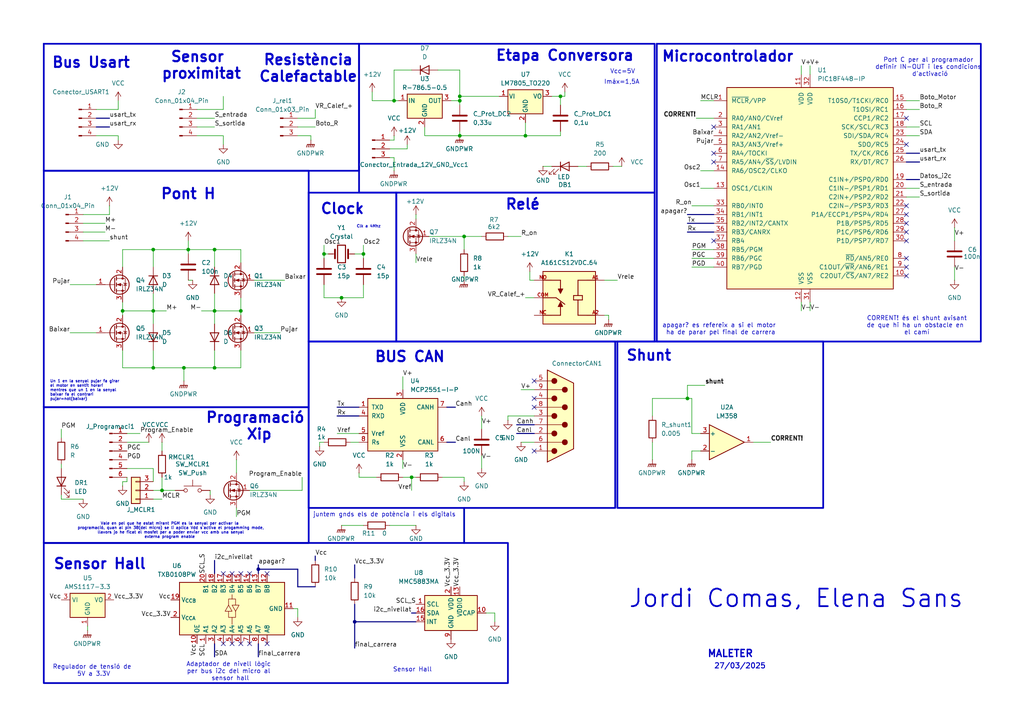
<source format=kicad_sch>
(kicad_sch (version 20250114) (generator "eeschema") (generator_version "9.0")
  (paper "A4")
  (title_block (title "Projecte_v1") (company "UB"))
  (rectangle (start 12.7 49.53) (end 89.535 118.11) (stroke (width 0.5)))
  (rectangle (start 179.07 99.06) (end 238.76 147.32) (stroke (width 0.5)))
  (rectangle (start 89.535 99.06) (end 178.435 147.32) (stroke (width 0.5)))
  (rectangle (start 12.7 12.7) (end 104.14 49.53) (stroke (width 0.5)))
  (rectangle (start 104.14 12.7) (end 189.865 55.88) (stroke (width 0.5)))
  (rectangle (start 190.5 12.7) (end 284.48 99.06) (stroke (width 0.5)))
  (rectangle (start 89.535 55.88) (end 114.935 99.06) (stroke (width 0.5)))
  (rectangle (start 12.7 118.11) (end 89.535 157.48) (stroke (width 0.5)))
  (rectangle (start 12.7 157.48) (end 147.32 198.12) (stroke (width 0.5)))
  (rectangle (start 114.935 55.88) (end 189.865 99.06) (stroke (width 0.5)))
  (text "Sensor \nproximitat\n" (at 58.42 19.05 0) (effects (font (size 3 3) (thickness 0.6) (bold yes))))
  (text "Un 1 en la senyal pujar fa girar \nel motor en sentit horari\nmentres que un 1 en la senyal \nbaixar fa el contrari \npujar=not(baixar)" (at 14.478 113.284 0) (effects (font (size 0.8 0.8)) (justify left)))
  (text "Imáx=1,5A\n" (at 180.34 23.876 0) (effects (font (size 1.27 1.27))))
  (text "apagar? es refereix a si el motor \nha de parar pel final de carrera\n" (at 209.042 95.504 0) (effects (font (size 1.27 1.27))))
  (text "Port C per al programador \ndefinir IN-OUT i les condicions \nd'activació\n" (at 269.748 19.558 0) (effects (font (size 1.27 1.27))))
  (text "Microcontrolador\n" (at 211.074 16.51 0) (effects (font (size 3 3) (thickness 0.6) (bold yes))))
  (text "MALETER" (at 211.836 189.738 0) (effects (font (size 2.032 2.032) (thickness 0.4064) (bold yes))))
  (text "Relé\n" (at 151.638 59.436 0) (effects (font (size 3 3) (thickness 0.6) (bold yes))))
  (text "Bus Usart\n" (at 26.416 18.288 0) (effects (font (size 3 3) (thickness 0.6) (bold yes))))
  (text "Sensor Hall\n\n" (at 28.956 166.116 0) (effects (font (size 3 3) (thickness 0.6) (bold yes))))
  (text "juntem gnds els de potència i els digitals\n" (at 111.506 149.352 0) (effects (font (size 1.27 1.27))))
  (text "Regulador de tensió de \n5V a 3.3V" (at 27.178 194.564 0) (effects (font (size 1.27 1.27))))
  (text "Programació \nXip\n" (at 75.184 123.698 0) (effects (font (size 3 3) (thickness 0.6) (bold yes))))
  (text "BUS CAN\n" (at 118.872 103.632 0) (effects (font (size 3 3) (thickness 0.6) (bold yes))))
  (text "Adaptador de nivell lògic \nper bus i2c del micro al \nsensor hall\n" (at 66.802 194.818 0) (effects (font (size 1.27 1.27))))
  (text "CORRENT! és el shunt avisant\nde que hi ha un obstacle en \nel camí" (at 265.938 94.488 0) (effects (font (size 1.27 1.27))))
  (text "Pont H\n" (at 54.61 56.388 0) (effects (font (size 3 3) (thickness 0.6) (bold yes))))
  (text "Jordi Comas, Elena Sans\n" (at 230.886 173.736 0) (effects (font (size 5.08 5.08) (thickness 0.508) (bold yes))))
  (text "Vcc=5V" (at 180.594 20.828 0) (effects (font (size 1.27 1.27))))
  (text "Etapa Conversora\n" (at 163.83 16.256 0) (effects (font (size 3 3) (thickness 0.6) (bold yes))))
  (text "Clock\n" (at 99.314 60.706 0) (effects (font (size 3 3) (thickness 0.6) (bold yes))))
  (text "Clk a 4Mhz\n" (at 106.934 65.786 0) (effects (font (size 0.8 0.8))))
  (text "Resistència\nCalefactable\n\n" (at 89.408 22.352 0) (effects (font (size 3 3) (thickness 0.6) (bold yes))))
  (text "Vale en pel que he estat mirant PGM es la senyal per activar la \nprogramació, quan al pin 38(del micro) se li aplica Vdd s'activa el progamming mode,\nllavors jo he ficat el mosfet per a poder enviar vcc amb una senyal\nexterna program enable \n" (at 49.53 153.924 0) (effects (font (size 0.8 0.8))))
  (text "Sensor Hall\n" (at 119.634 194.31 0) (effects (font (size 1.27 1.27))))
  (text "27/03/2025" (at 214.63 193.294 0) (effects (font (size 1.524 1.524) (thickness 0.254) (bold yes))))
  (text "Shunt\n\n" (at 188.214 105.664 0) (effects (font (size 3 3) (thickness 0.6) (bold yes))))
  (junction (at 44.45 90.17))
  (junction (at 199.39 115.57))
  (junction (at 99.06 86.36))
  (junction (at 35.56 90.17))
  (junction (at 74.93 165.1))
  (junction (at 134.62 68.58))
  (junction (at 133.35 29.21))
  (junction (at 62.23 90.17))
  (junction (at 44.45 106.68))
  (junction (at 69.85 90.17))
  (junction (at 162.56 27.94))
  (junction (at 105.41 73.66))
  (junction (at 119.38 138.43))
  (junction (at 114.3 29.21))
  (junction (at 152.4 39.37))
  (junction (at 62.23 72.39))
  (junction (at 53.34 106.68))
  (junction (at 54.61 72.39))
  (junction (at 46.99 142.24))
  (junction (at 133.35 27.94))
  (junction (at 133.35 39.37))
  (junction (at 44.45 72.39))
  (junction (at 102.87 180.34))
  (junction (at 62.23 106.68))
  (junction (at 93.98 73.66))
  (no_connect (at 69.85 166.37))
  (no_connect (at 262.89 34.29))
  (no_connect (at 207.01 36.83))
  (no_connect (at 77.47 166.37))
  (no_connect (at 207.01 46.99))
  (no_connect (at 262.89 59.69))
  (no_connect (at 262.89 74.93))
  (no_connect (at 64.77 166.37))
  (no_connect (at 262.89 69.85))
  (no_connect (at 77.47 186.69))
  (no_connect (at 262.89 41.91))
  (no_connect (at 154.94 115.57))
  (no_connect (at 67.31 186.69))
  (no_connect (at 64.77 186.69))
  (no_connect (at 262.89 80.01))
  (no_connect (at 72.39 186.69))
  (no_connect (at 262.89 64.77))
  (no_connect (at 154.94 130.81))
  (no_connect (at 72.39 166.37))
  (no_connect (at 262.89 62.23))
  (no_connect (at 69.85 186.69))
  (no_connect (at 262.89 77.47))
  (no_connect (at 154.94 110.49))
  (no_connect (at 262.89 67.31))
  (no_connect (at 154.94 118.11))
  (no_connect (at 207.01 69.85))
  (no_connect (at 207.01 44.45))
  (no_connect (at 67.31 166.37))
  (wire (pts (xy 200.66 77.47) (xy 207.01 77.47)))
  (wire (pts (xy 46.99 128.27) (xy 46.99 130.81)))
  (wire (pts (xy 116.84 138.43) (xy 119.38 138.43)))
  (wire (pts (xy 232.41 19.05) (xy 232.41 21.59)))
  (wire (pts (xy 86.36 176.53) (xy 86.36 179.07)))
  (wire (pts (xy 86.36 36.83) (xy 91.44 36.83)))
  (wire (pts (xy 128.27 138.43) (xy 134.62 138.43)))
  (wire (pts (xy 44.45 101.6) (xy 44.45 106.68)))
  (bus (pts (xy 86.36 165.1) (xy 86.36 170.18)))
  (wire (pts (xy 147.32 120.65) (xy 147.32 121.92)))
  (wire (pts (xy 62.23 90.17) (xy 62.23 93.98)))
  (wire (pts (xy 139.7 132.08) (xy 139.7 135.89)))
  (wire (pts (xy 203.2 54.61) (xy 207.01 54.61)))
  (wire (pts (xy 175.26 81.28) (xy 179.07 81.28)))
  (wire (pts (xy 95.25 73.66) (xy 93.98 73.66)))
  (wire (pts (xy 90.17 39.37) (xy 90.17 40.64)))
  (wire (pts (xy 17.78 124.46) (xy 17.78 127)))
  (bus (pts (xy 102.87 180.34) (xy 102.87 187.96)))
  (wire (pts (xy 200.66 74.93) (xy 207.01 74.93)))
  (bus (pts (xy 119.38 177.8) (xy 120.65 177.8)))
  (wire (pts (xy 93.98 71.12) (xy 93.98 73.66)))
  (wire (pts (xy 62.23 72.39) (xy 62.23 77.47)))
  (wire (pts (xy 62.23 106.68) (xy 69.85 106.68)))
  (wire (pts (xy 203.2 130.81) (xy 200.66 130.81)))
  (wire (pts (xy 152.4 35.56) (xy 152.4 39.37)))
  (wire (pts (xy 20.32 82.55) (xy 27.94 82.55)))
  (wire (pts (xy 232.41 87.63) (xy 232.41 90.17)))
  (wire (pts (xy 276.86 77.47) (xy 276.86 81.28)))
  (wire (pts (xy 24.13 62.23) (xy 31.75 62.23)))
  (bus (pts (xy 102.87 175.26) (xy 102.87 180.34)))
  (wire (pts (xy 114.3 20.32) (xy 114.3 29.21)))
  (wire (pts (xy 200.66 72.39) (xy 207.01 72.39)))
  (wire (pts (xy 87.63 138.43) (xy 87.63 142.24)))
  (wire (pts (xy 62.23 72.39) (xy 69.85 72.39)))
  (wire (pts (xy 105.41 82.55) (xy 105.41 86.36)))
  (wire (pts (xy 176.53 91.44) (xy 176.53 92.71)))
  (wire (pts (xy 36.83 139.7) (xy 35.56 139.7)))
  (wire (pts (xy 114.3 29.21) (xy 107.95 29.21)))
  (bus (pts (xy 149.86 123.19) (xy 154.94 123.19)))
  (wire (pts (xy 153.67 78.74) (xy 153.67 81.28)))
  (wire (pts (xy 36.83 138.43) (xy 36.83 139.7)))
  (wire (pts (xy 199.39 115.57) (xy 200.66 115.57)))
  (bus (pts (xy 74.93 165.1) (xy 74.93 166.37)))
  (wire (pts (xy 68.58 147.32) (xy 68.58 149.86)))
  (bus (pts (xy 199.39 67.31) (xy 207.01 67.31)))
  (wire (pts (xy 189.23 115.57) (xy 189.23 120.65)))
  (wire (pts (xy 157.48 48.26) (xy 160.02 48.26)))
  (wire (pts (xy 69.85 86.36) (xy 69.85 90.17)))
  (wire (pts (xy 133.35 29.21) (xy 133.35 30.48)))
  (bus (pts (xy 262.89 52.07) (xy 266.7 52.07)))
  (wire (pts (xy 44.45 106.68) (xy 53.34 106.68)))
  (wire (pts (xy 262.89 36.83) (xy 266.7 36.83)))
  (wire (pts (xy 189.23 115.57) (xy 199.39 115.57)))
  (wire (pts (xy 99.06 152.4) (xy 105.41 152.4)))
  (wire (pts (xy 69.85 72.39) (xy 69.85 76.2)))
  (wire (pts (xy 46.99 144.78) (xy 44.45 144.78)))
  (wire (pts (xy 133.35 27.94) (xy 144.78 27.94)))
  (bus (pts (xy 74.93 186.69) (xy 74.93 190.5)))
  (bus (pts (xy 102.87 163.83) (xy 102.87 167.64)))
  (wire (pts (xy 17.78 144.78) (xy 24.13 144.78)))
  (wire (pts (xy 34.29 39.37) (xy 34.29 40.64)))
  (wire (pts (xy 25.4 181.61) (xy 25.4 182.88)))
  (bus (pts (xy 27.94 36.83) (xy 31.75 36.83)))
  (wire (pts (xy 54.61 69.85) (xy 54.61 72.39)))
  (wire (pts (xy 54.61 73.66) (xy 54.61 72.39)))
  (wire (pts (xy 104.14 137.16) (xy 104.14 138.43)))
  (wire (pts (xy 73.66 96.52) (xy 81.28 96.52)))
  (wire (pts (xy 86.36 34.29) (xy 91.44 34.29)))
  (wire (pts (xy 234.95 87.63) (xy 234.95 90.17)))
  (bus (pts (xy 120.65 180.34) (xy 102.87 180.34)))
  (wire (pts (xy 44.45 90.17) (xy 48.26 90.17)))
  (wire (pts (xy 113.03 43.18) (xy 118.11 43.18)))
  (wire (pts (xy 154.94 120.65) (xy 147.32 120.65)))
  (wire (pts (xy 46.99 142.24) (xy 50.8 142.24)))
  (wire (pts (xy 162.56 27.94) (xy 162.56 30.48)))
  (wire (pts (xy 24.13 64.77) (xy 30.48 64.77)))
  (wire (pts (xy 53.34 106.68) (xy 62.23 106.68)))
  (wire (pts (xy 139.7 120.65) (xy 139.7 124.46)))
  (wire (pts (xy 36.83 128.27) (xy 43.18 128.27)))
  (wire (pts (xy 203.2 49.53) (xy 207.01 49.53)))
  (wire (pts (xy 93.98 73.66) (xy 93.98 74.93)))
  (wire (pts (xy 123.19 39.37) (xy 133.35 39.37)))
  (wire (pts (xy 134.62 138.43) (xy 134.62 139.7)))
  (wire (pts (xy 175.26 91.44) (xy 176.53 91.44)))
  (wire (pts (xy 203.2 29.21) (xy 207.01 29.21)))
  (wire (pts (xy 199.39 115.57) (xy 199.39 111.76)))
  (wire (pts (xy 147.32 68.58) (xy 151.13 68.58)))
  (wire (pts (xy 276.86 66.04) (xy 276.86 69.85)))
  (bus (pts (xy 27.94 34.29) (xy 31.75 34.29)))
  (wire (pts (xy 62.23 85.09) (xy 62.23 90.17)))
  (wire (pts (xy 167.64 48.26) (xy 170.18 48.26)))
  (wire (pts (xy 27.94 39.37) (xy 34.29 39.37)))
  (wire (pts (xy 35.56 90.17) (xy 44.45 90.17)))
  (wire (pts (xy 36.83 125.73) (xy 40.64 125.73)))
  (bus (pts (xy 97.79 120.65) (xy 104.14 120.65)))
  (wire (pts (xy 68.58 133.35) (xy 68.58 137.16)))
  (bus (pts (xy 74.93 165.1) (xy 86.36 165.1)))
  (bus (pts (xy 129.54 118.11) (xy 132.08 118.11)))
  (wire (pts (xy 262.89 31.75) (xy 266.7 31.75)))
  (wire (pts (xy 57.15 34.29) (xy 62.23 34.29)))
  (wire (pts (xy 35.56 139.7) (xy 35.56 140.97)))
  (wire (pts (xy 69.85 90.17) (xy 69.85 91.44)))
  (wire (pts (xy 64.77 39.37) (xy 64.77 41.91)))
  (wire (pts (xy 97.79 125.73) (xy 104.14 125.73)))
  (wire (pts (xy 44.45 72.39) (xy 54.61 72.39)))
  (wire (pts (xy 99.06 86.36) (xy 93.98 86.36)))
  (bus (pts (xy 262.89 46.99) (xy 266.7 46.99)))
  (wire (pts (xy 35.56 101.6) (xy 35.56 106.68)))
  (wire (pts (xy 73.66 81.28) (xy 82.55 81.28)))
  (wire (pts (xy 134.62 80.01) (xy 134.62 81.28)))
  (wire (pts (xy 105.41 73.66) (xy 105.41 74.93)))
  (wire (pts (xy 152.4 86.36) (xy 154.94 86.36)))
  (wire (pts (xy 44.45 90.17) (xy 44.45 93.98)))
  (wire (pts (xy 114.3 45.72) (xy 114.3 49.53)))
  (bus (pts (xy 74.93 163.83) (xy 74.93 165.1)))
  (wire (pts (xy 44.45 72.39) (xy 44.45 77.47)))
  (wire (pts (xy 93.98 128.27) (xy 92.71 128.27)))
  (wire (pts (xy 113.03 152.4) (xy 120.65 152.4)))
  (wire (pts (xy 24.13 67.31) (xy 30.48 67.31)))
  (bus (pts (xy 62.23 162.56) (xy 62.23 166.37)))
  (wire (pts (xy 124.46 68.58) (xy 134.62 68.58)))
  (wire (pts (xy 262.89 29.21) (xy 266.7 29.21)))
  (wire (pts (xy 162.56 39.37) (xy 152.4 39.37)))
  (wire (pts (xy 34.29 29.21) (xy 34.29 31.75)))
  (wire (pts (xy 102.87 73.66) (xy 105.41 73.66)))
  (wire (pts (xy 163.83 26.67) (xy 163.83 27.94)))
  (wire (pts (xy 200.66 130.81) (xy 200.66 133.35)))
  (wire (pts (xy 201.93 34.29) (xy 207.01 34.29)))
  (wire (pts (xy 118.11 41.91) (xy 118.11 43.18)))
  (wire (pts (xy 69.85 106.68) (xy 69.85 101.6)))
  (wire (pts (xy 116.84 133.35) (xy 116.84 135.89)))
  (bus (pts (xy 129.54 128.27) (xy 132.08 128.27)))
  (wire (pts (xy 180.34 48.26) (xy 177.8 48.26)))
  (wire (pts (xy 24.13 69.85) (xy 31.75 69.85)))
  (wire (pts (xy 151.13 128.27) (xy 154.94 128.27)))
  (wire (pts (xy 218.44 128.27) (xy 223.52 128.27)))
  (wire (pts (xy 119.38 142.24) (xy 119.38 138.43)))
  (wire (pts (xy 143.51 177.8) (xy 143.51 180.34)))
  (wire (pts (xy 162.56 38.1) (xy 162.56 39.37)))
  (bus (pts (xy 199.39 64.77) (xy 207.01 64.77)))
  (wire (pts (xy 105.41 71.12) (xy 105.41 73.66)))
  (wire (pts (xy 119.38 138.43) (xy 120.65 138.43)))
  (wire (pts (xy 113.03 45.72) (xy 114.3 45.72)))
  (wire (pts (xy 31.75 59.69) (xy 31.75 62.23)))
  (wire (pts (xy 113.03 40.64) (xy 114.3 40.64)))
  (wire (pts (xy 46.99 138.43) (xy 46.99 142.24)))
  (wire (pts (xy 133.35 29.21) (xy 130.81 29.21)))
  (wire (pts (xy 58.42 90.17) (xy 62.23 90.17)))
  (bus (pts (xy 91.44 161.29) (xy 91.44 162.56)))
  (wire (pts (xy 35.56 106.68) (xy 44.45 106.68)))
  (wire (pts (xy 162.56 27.94) (xy 163.83 27.94)))
  (wire (pts (xy 133.35 39.37) (xy 152.4 39.37)))
  (wire (pts (xy 140.97 177.8) (xy 143.51 177.8)))
  (wire (pts (xy 35.56 72.39) (xy 44.45 72.39)))
  (wire (pts (xy 234.95 19.05) (xy 234.95 21.59)))
  (wire (pts (xy 262.89 39.37) (xy 266.7 39.37)))
  (wire (pts (xy 200.66 125.73) (xy 200.66 115.57)))
  (wire (pts (xy 114.3 40.64) (xy 114.3 39.37)))
  (wire (pts (xy 35.56 87.63) (xy 35.56 90.17)))
  (wire (pts (xy 57.15 36.83) (xy 62.23 36.83)))
  (wire (pts (xy 133.35 27.94) (xy 133.35 29.21)))
  (bus (pts (xy 262.89 44.45) (xy 266.7 44.45)))
  (wire (pts (xy 62.23 90.17) (xy 69.85 90.17)))
  (bus (pts (xy 62.23 186.69) (xy 62.23 190.5)))
  (bus (pts (xy 97.79 118.11) (xy 104.14 118.11)))
  (wire (pts (xy 115.57 29.21) (xy 114.3 29.21)))
  (wire (pts (xy 35.56 90.17) (xy 35.56 91.44)))
  (wire (pts (xy 120.65 62.23) (xy 120.65 63.5)))
  (wire (pts (xy 85.09 176.53) (xy 86.36 176.53)))
  (wire (pts (xy 262.89 54.61) (xy 266.7 54.61)))
  (wire (pts (xy 134.62 68.58) (xy 139.7 68.58)))
  (wire (pts (xy 101.6 128.27) (xy 104.14 128.27)))
  (wire (pts (xy 154.94 81.28) (xy 153.67 81.28)))
  (wire (pts (xy 200.66 59.69) (xy 207.01 59.69)))
  (wire (pts (xy 17.78 134.62) (xy 17.78 135.89)))
  (wire (pts (xy 92.71 128.27) (xy 92.71 129.54)))
  (wire (pts (xy 53.34 106.68) (xy 53.34 110.49)))
  (wire (pts (xy 20.32 96.52) (xy 27.94 96.52)))
  (wire (pts (xy 17.78 143.51) (xy 17.78 144.78)))
  (wire (pts (xy 119.38 20.32) (xy 114.3 20.32)))
  (wire (pts (xy 60.96 142.24) (xy 60.96 143.51)))
  (wire (pts (xy 44.45 85.09) (xy 44.45 90.17)))
  (wire (pts (xy 134.62 68.58) (xy 134.62 72.39)))
  (wire (pts (xy 35.56 77.47) (xy 35.56 72.39)))
  (wire (pts (xy 105.41 86.36) (xy 99.06 86.36)))
  (wire (pts (xy 127 20.32) (xy 133.35 20.32)))
  (wire (pts (xy 36.83 135.89) (xy 44.45 135.89)))
  (wire (pts (xy 107.95 26.67) (xy 107.95 29.21)))
  (wire (pts (xy 116.84 109.22) (xy 116.84 113.03)))
  (wire (pts (xy 44.45 135.89) (xy 44.45 139.7)))
  (wire (pts (xy 160.02 27.94) (xy 162.56 27.94)))
  (wire (pts (xy 189.23 128.27) (xy 189.23 133.35)))
  (wire (pts (xy 54.61 72.39) (xy 62.23 72.39)))
  (wire (pts (xy 199.39 111.76) (xy 204.47 111.76)))
  (wire (pts (xy 72.39 142.24) (xy 87.63 142.24)))
  (wire (pts (xy 133.35 38.1) (xy 133.35 39.37)))
  (wire (pts (xy 54.61 81.28) (xy 55.88 81.28)))
  (wire (pts (xy 91.44 31.75) (xy 91.44 34.29)))
  (wire (pts (xy 93.98 82.55) (xy 93.98 86.36)))
  (wire (pts (xy 64.77 27.94) (xy 64.77 31.75)))
  (bus (pts (xy 86.36 170.18) (xy 91.44 170.18)))
  (wire (pts (xy 62.23 101.6) (xy 62.23 106.68)))
  (wire (pts (xy 86.36 39.37) (xy 90.17 39.37)))
  (wire (pts (xy 57.15 39.37) (xy 64.77 39.37)))
  (bus (pts (xy 149.86 125.73) (xy 154.94 125.73)))
  (wire (pts (xy 57.15 31.75) (xy 64.77 31.75)))
  (wire (pts (xy 104.14 138.43) (xy 109.22 138.43)))
  (wire (pts (xy 200.66 125.73) (xy 203.2 125.73)))
  (wire (pts (xy 151.13 113.03) (xy 154.94 113.03)))
  (wire (pts (xy 133.35 20.32) (xy 133.35 27.94)))
  (wire (pts (xy 44.45 142.24) (xy 46.99 142.24)))
  (wire (pts (xy 27.94 31.75) (xy 34.29 31.75)))
  (wire (pts (xy 262.89 57.15) (xy 266.7 57.15)))
  (bus (pts (xy 199.39 62.23) (xy 207.01 62.23)))
  (wire (pts (xy 120.65 73.66) (xy 120.65 76.2)))
  (wire (pts (xy 123.19 39.37) (xy 123.19 36.83)))
  (label "Pujar" (at 20.32 82.55 180))
  (label "V+" (at 139.7 123.19 0))
  (label "V-" (at 139.7 133.35 0))
  (label "VR_Calef_+" (at 91.44 31.75 0))
  (label "Osc2" (at 105.41 71.12 0))
  (label "usart_rx" (at 266.7 46.99 0))
  (label "Vrele" (at 120.65 76.2 0))
  (label "Vcc_3.3V" (at 130.81 170.18 90))
  (label "M-" (at 58.42 90.17 180))
  (label "Vcc_3.3V" (at 33.02 173.99 0))
  (label "PGD" (at 200.66 77.47 0) (effects (font (thickness 0.1588))))
  (label "Vcc" (at 57.15 186.69 270))
  (label "Boto_Motor" (at 266.7 29.21 0))
  (label "final_carrera" (at 102.87 187.96 0))
  (label "Datos_i2c" (at 266.7 52.07 0))
  (label "Canl" (at 132.08 128.27 0))
  (label "Rx" (at 199.39 67.31 0))
  (label "Vcc" (at 17.78 173.99 180))
  (label "V+" (at 116.84 109.22 0))
  (label "Pujar" (at 207.01 41.91 180))
  (label "PGC" (at 36.83 130.81 0) (effects (font (thickness 0.1588))))
  (label "Vrele" (at 179.07 81.28 0))
  (label "M+" (at 48.26 90.17 0))
  (label "Vcc" (at 49.53 173.99 180))
  (label "shunt" (at 31.75 69.85 0))
  (label "R_on" (at 151.13 68.58 0))
  (label "R_on" (at 200.66 59.69 180))
  (label "SCL_S" (at 120.65 175.26 180))
  (label "usart_tx" (at 31.75 34.29 0))
  (label "Osc1" (at 93.98 71.12 0))
  (label "apagar?" (at 74.93 163.83 0))
  (label "CORRENT!" (at 201.93 34.29 180) (effects (font (thickness 0.254) (bold yes))))
  (label "Baixar" (at 82.55 81.28 0))
  (label "M+" (at 30.48 64.77 0))
  (label "shunt" (at 204.47 111.76 0) (effects (font (thickness 0.254) (bold yes))))
  (label "usart_tx" (at 266.7 44.45 0))
  (label "Tx" (at 199.39 64.77 0))
  (label "Boto_R" (at 266.7 31.75 0))
  (label "VR_Calef_+" (at 152.4 86.36 180))
  (label "Tx" (at 97.79 118.11 0))
  (label "usart_rx" (at 31.75 36.83 0))
  (label "CORRENT!" (at 223.52 128.27 0) (effects (font (thickness 0.254) (bold yes))))
  (label "S_entrada" (at 62.23 34.29 0))
  (label "Vcc_3.3V" (at 49.53 179.07 180))
  (label "Program_Enable" (at 87.63 138.43 180))
  (label "M-" (at 30.48 67.31 0))
  (label "S_entrada" (at 266.7 54.61 0))
  (label "V+" (at 151.13 113.03 0))
  (label "V+" (at 232.41 19.05 0))
  (label "MCLR" (at 203.2 29.21 0))
  (label "Pujar" (at 81.28 96.52 0))
  (label "SDA" (at 266.7 39.37 0))
  (label "PGD" (at 36.83 133.35 0) (effects (font (thickness 0.1588))))
  (label "apagar?" (at 199.39 62.23 180))
  (label "SCL" (at 59.69 186.69 270))
  (label "S_sortida" (at 62.23 36.83 0))
  (label "Vcc_3.3V" (at 102.87 163.83 0))
  (label "PGM" (at 200.66 72.39 0))
  (label "PGM" (at 17.78 124.46 0))
  (label "Osc1" (at 203.2 54.61 180))
  (label "V-" (at 116.84 135.89 0))
  (label "PGC" (at 200.66 74.93 0) (effects (font (thickness 0.1588))))
  (label "i2c_nivellat" (at 62.23 162.56 0))
  (label "V+" (at 276.86 68.58 0))
  (label "Canl" (at 149.86 125.73 0))
  (label "V-" (at 234.95 90.17 0))
  (label "Vref" (at 97.79 125.73 0))
  (label "Vref" (at 119.38 142.24 180))
  (label "V+" (at 234.95 19.05 0))
  (label "Rx" (at 97.79 120.65 0))
  (label "MCLR" (at 46.99 144.78 0) (effects (font (thickness 0.1588))))
  (label "Canh" (at 132.08 118.11 0))
  (label "V-" (at 232.41 90.17 0))
  (label "SDA" (at 62.23 190.5 0))
  (label "SCL_S" (at 59.69 166.37 90))
  (label "S_sortida" (at 266.7 57.15 0))
  (label "V-" (at 276.86 78.74 0))
  (label "Canh" (at 149.86 123.19 0))
  (label "Baixar" (at 207.01 39.37 180))
  (label "Boto_R" (at 91.44 36.83 0))
  (label "Vcc" (at 91.44 161.29 0))
  (label "Osc2" (at 203.2 49.53 180))
  (label "final_carrera" (at 74.93 190.5 0))
  (label "Baixar" (at 20.32 96.52 180))
  (label "Vcc_3.3V" (at 133.35 170.18 90))
  (label "PGM" (at 68.58 149.86 0))
  (label "i2c_nivellat" (at 119.38 177.8 180))
  (label "SCL" (at 266.7 36.83 0))
  (label "Program_Enable" (at 40.64 125.73 0))
  (rule_area (polyline (pts (xy 134.62 157.48) (xy 134.62 147.32)) (stroke (width 0.508) (color 0 14 183 1))))
  (symbol (lib_id "power:GND") (at 60.96 143.51 0) (unit 1)
    (property "Reference" "#PWR029" (effects (hide yes)))
    (property "Value" "GND" (at 60.96 148.59 0))
    (property "Description" "Power symbol creates a global label with name \"GND\" , ground" (effects (hide yes)))
  )
  (symbol (lib_id "Device:R") (at 173.99 48.26 90) (unit 1)
    (property "Reference" "R5" (at 173.99 41.91 90))
    (property "Value" "200" (at 173.99 44.45 90))
    (property "Footprint" "Resistor_SMD:R_0805_2012Metric" (effects (hide yes)))
    (property "Description" "Resistor" (effects (hide yes)))
  )
  (symbol (lib_id "Device:R") (at 189.23 124.46 0) (unit 1)
    (property "Reference" "R_shunt1" (at 191.77 123.1899 0) (effects (justify left)))
    (property "Value" "0.005" (at 191.77 125.7299 0) (effects (justify left)))
    (property "Description" "Resistor" (effects (hide yes)))
  )
  (symbol (lib_id "power:GNDPWR") (at 114.3 49.53 0) (unit 1)
    (property "Reference" "#PWR03" (effects (hide yes)))
    (property "Value" "GNDPWR" (at 114.173 53.34 0))
    (property "Description" "Power symbol creates a global label with name \"GNDPWR\" , global ground" (effects (hide yes)))
  )
  (symbol (lib_id "power:GNDPWR") (at 189.23 133.35 0) (unit 1)
    (property "Reference" "#PWR044" (effects (hide yes)))
    (property "Value" "GNDPWR" (at 189.103 137.16 0))
    (property "Description" "Power symbol creates a global label with name \"GNDPWR\" , global ground" (effects (hide yes)))
  )
  (symbol (lib_id "power:GND") (at 151.13 128.27 0) (unit 1)
    (property "Reference" "#PWR023" (effects (hide yes)))
    (property "Value" "GND" (at 151.13 133.35 0))
    (property "Description" "Power symbol creates a global label with name \"GND\" , ground" (effects (hide yes)))
  )
  (symbol (lib_id "Connector:Conn_01x03_Pin") (at 81.28 36.83 0) (unit 1)
    (property "Reference" "J_rel1" (at 81.915 29.21 0))
    (property "Value" "Conn_01x03_Pin" (at 81.915 31.75 0))
    (property "Description" "Generic connector, single row, 01x03, script generated" (effects (hide yes)))
  )
  (symbol (lib_id "power:GNDPWR") (at 134.62 81.28 0) (unit 1)
    (property "Reference" "#PWR04" (effects (hide yes)))
    (property "Value" "GNDPWR" (at 134.874 81.026 0))
    (property "Description" "Power symbol creates a global label with name \"GNDPWR\" , global ground" (effects (hide yes)))
  )
  (symbol (lib_id "Connector:Conn_01x04_Pin") (at 19.05 64.77 0) (unit 1)
    (property "Reference" "J1" (at 19.685 57.15 0))
    (property "Value" "Conn_01x04_Pin" (at 19.685 59.69 0))
    (property "Description" "Generic connector, single row, 01x04, script generated" (effects (hide yes)))
  )
  (symbol (lib_id "power:VCC") (at 46.99 128.27 0) (unit 1)
    (property "Reference" "#PWR028" (effects (hide yes)))
    (property "Value" "VCC" (at 46.99 123.19 0))
    (property "Description" "Power symbol creates a global label with name \"VCC\"" (effects (hide yes)))
  )
  (symbol (lib_id "Transistor_FET:IRLZ34N") (at 118.11 68.58 0) (unit 1)
    (property "Reference" "Q7" (at 124.46 67.3099 0) (effects (justify left)))
    (property "Value" "IRLZ34N" (at 124.46 69.8499 0) (effects (justify left)))
    (property "Footprint" "Package_TO_SOT_THT:TO-220-3_Vertical" (effects (hide yes)))
    (property "Datasheet" "http://www.infineon.com/dgdl/irlz34npbf.pdf?fileId=5546d462533600a40153567206892720" (effects (hide yes)))
    (property "Description" "30A Id, 55V Vds, 35mOhm Rds, N-Channel HEXFET Power MOSFET, TO-220AB" (effects (hide yes)))
  )
  (symbol (lib_id "Regulator_Linear:AMS1117-3.3") (at 25.4 173.99 0) (unit 1)
    (property "Reference" "U5" (at 25.4 167.64 0))
    (property "Value" "AMS1117-3.3" (at 25.4 170.18 0))
    (property "Footprint" "Package_TO_SOT_SMD:SOT-223-3_TabPin2" (effects (hide yes)))
    (property "Datasheet" "http://www.advanced-monolithic.com/pdf/ds1117.pdf" (effects (hide yes)))
    (property "Description" "1A Low Dropout regulator, positive, 3.3V fixed output, SOT-223" (effects (hide yes)))
  )
  (symbol (lib_id "power:VCC") (at 180.34 48.26 0) (unit 1)
    (property "Reference" "#PWR025" (effects (hide yes)))
    (property "Value" "VCC" (at 182.88 46.9899 0) (effects (justify left)))
    (property "Description" "Power symbol creates a global label with name \"VCC\"" (effects (hide yes)))
  )
  (symbol (lib_id "power:GND") (at 99.06 86.36 0) (unit 1)
    (property "Reference" "#PWR014" (effects (hide yes)))
    (property "Value" "GND" (at 99.06 91.44 0))
    (property "Description" "Power symbol creates a global label with name \"GND\" , ground" (effects (hide yes)))
  )
  (symbol (lib_id "power:GND") (at 24.13 144.78 0) (unit 1)
    (property "Reference" "#PWR030" (effects (hide yes)))
    (property "Value" "GND" (at 24.13 149.86 0))
    (property "Description" "Power symbol creates a global label with name \"GND\" , ground" (effects (hide yes)))
  )
  (symbol (lib_id "Transistor_FET:IRLZ34N") (at 66.04 142.24 0) (unit 1)
    (property "Reference" "Q6" (at 72.39 140.9699 0) (effects (justify left)))
    (property "Value" "IRLZ34N" (at 72.39 143.5099 0) (effects (justify left)))
    (property "Footprint" "Package_TO_SOT_THT:TO-220-3_Vertical" (effects (hide yes)))
    (property "Datasheet" "http://www.infineon.com/dgdl/irlz34npbf.pdf?fileId=5546d462533600a40153567206892720" (effects (hide yes)))
    (property "Description" "30A Id, 55V Vds, 35mOhm Rds, N-Channel HEXFET Power MOSFET, TO-220AB" (effects (hide yes)))
  )
  (symbol (lib_id "Device:D") (at 44.45 97.79 90) (unit 1)
    (property "Reference" "D5" (at 46.99 96.5199 90) (effects (justify right)))
    (property "Value" "D" (at 46.99 99.0599 90) (effects (justify right)))
    (property "Description" "Diode" (effects (hide yes)))
    (property "Sim.Device" "D" (effects (hide yes)))
    (property "Sim.Pins" "1=K 2=A" (effects (hide yes)))
  )
  (symbol (lib_id "power:GND") (at 147.32 121.92 0) (unit 1)
    (property "Reference" "#PWR022" (effects (hide yes)))
    (property "Value" "GND" (at 147.32 127 0))
    (property "Description" "Power symbol creates a global label with name \"GND\" , ground" (effects (hide yes)))
  )
  (symbol (lib_name "IRLZ34N_1") (lib_id "Transistor_FET:IRLZ34N") (at 33.02 82.55 0) (unit 1)
    (property "Reference" "Q4" (at 39.37 81.2799 0) (effects (justify left)))
    (property "Value" "IRLZ34N" (at 39.37 83.8199 0) (effects (justify left)))
    (property "Footprint" "Package_TO_SOT_THT:TO-220-3_Vertical" (effects (hide yes)))
    (property "Datasheet" "http://www.infineon.com/dgdl/irlz34npbf.pdf?fileId=5546d462533600a40153567206892720" (effects (hide yes)))
    (property "Description" "30A Id, 55V Vds, 35mOhm Rds, N-Channel HEXFET Power MOSFET, TO-220AB" (effects (hide yes)))
  )
  (symbol (lib_id "power:GND") (at 86.36 179.07 0) (unit 1)
    (property "Reference" "#PWR039" (effects (hide yes)))
    (property "Value" "GND" (at 86.36 184.15 0))
    (property "Description" "Power symbol creates a global label with name \"GND\" , ground" (effects (hide yes)))
  )
  (symbol (lib_id "Device:LED") (at 163.83 48.26 0) (unit 1)
    (property "Reference" "DB1" (at 165.862 53.594 0) (effects (justify right)))
    (property "Value" "LED" (at 165.354 51.308 0) (effects (justify right)))
    (property "Footprint" "LED_SMD:LED_0805_2012Metric_Pad1.15x1.40mm_HandSolder" (effects (hide yes)))
    (property "Description" "Light emitting diode" (effects (hide yes)))
    (property "Sim.Pins" "1=K 2=A" (effects (hide yes)))
  )
  (symbol (lib_id "Device:R") (at 102.87 171.45 0) (unit 1)
    (property "Reference" "R9" (at 105.41 170.1799 0) (effects (justify left)))
    (property "Value" "10k" (at 105.41 172.7199 0) (effects (justify left)))
    (property "Description" "Resistor" (effects (hide yes)))
  )
  (symbol (lib_id "Device:LED") (at 17.78 139.7 90) (unit 1)
    (property "Reference" "DR1" (at 21.59 140.0174 90) (effects (justify right)))
    (property "Value" "LED" (at 21.59 142.5574 90) (effects (justify right)))
    (property "Footprint" "LED_SMD:LED_0805_2012Metric" (effects (hide yes)))
    (property "Description" "Light emitting diode" (effects (hide yes)))
    (property "Sim.Pins" "1=K 2=A" (effects (hide yes)))
  )
  (symbol (lib_id "power:GND") (at 55.88 81.28 0) (unit 1)
    (property "Reference" "#PWR08" (effects (hide yes)))
    (property "Value" "GND" (at 55.88 86.36 0))
    (property "Description" "Power symbol creates a global label with name \"GND\" , ground" (effects (hide yes)))
  )
  (symbol (lib_id "Transistor_FET:IRLZ34N") (at 67.31 81.28 0) (unit 1)
    (property "Reference" "Q1" (at 73.66 80.0099 0) (effects (justify left)))
    (property "Value" "IRLZ34N" (at 73.66 82.5499 0) (effects (justify left)))
    (property "Footprint" "Package_TO_SOT_THT:TO-220-3_Vertical" (effects (hide yes)))
    (property "Datasheet" "http://www.infineon.com/dgdl/irlz34npbf.pdf?fileId=5546d462533600a40153567206892720" (effects (hide yes)))
    (property "Description" "30A Id, 55V Vds, 35mOhm Rds, N-Channel HEXFET Power MOSFET, TO-220AB" (effects (hide yes)))
  )
  (symbol (lib_id "Device:R") (at 17.78 130.81 180) (unit 1)
    (property "Reference" "R6" (at 20.32 129.5399 0) (effects (justify right)))
    (property "Value" "R" (at 20.32 132.0799 0) (effects (justify right)))
    (property "Footprint" "Resistor_SMD:R_0805_2012Metric" (effects (hide yes)))
    (property "Description" "Resistor" (effects (hide yes)))
  )
  (symbol (lib_id "Device:R") (at 97.79 128.27 90) (unit 1)
    (property "Reference" "R4" (at 93.218 124.46 90))
    (property "Value" "1k" (at 93.218 126.746 90))
    (property "Description" "Resistor" (effects (hide yes)))
  )
  (symbol (lib_id "power:+12V") (at 153.67 78.74 0) (unit 1)
    (property "Reference" "#PWR036" (effects (hide yes)))
    (property "Value" "+12V" (at 153.67 73.66 0))
    (property "Description" "Power symbol creates a global label with name \"+12V\"" (effects (hide yes)))
  )
  (symbol (lib_id "MCU_Microchip_PIC18:PIC18F448-IP") (at 234.95 54.61 0) (unit 1)
    (property "Reference" "U1" (at 237.0933 20.32 0) (effects (justify left)))
    (property "Value" "PIC18F448-IP" (at 237.0933 22.86 0) (effects (justify left)))
    (property "Footprint" "Package_DIP:DIP-40_W15.24mm" (effects (hide yes)))
    (property "Datasheet" "http://ww1.microchip.com/downloads/en/DeviceDoc/41159e.pdf" (effects (hide yes)))
    (property "Description" "16K Flash, 768B SRAM, 256 EEPROM, CAN, DIP40" (effects (hide yes)))
  )
  (symbol (lib_id "power:VCC") (at 34.29 29.21 0) (unit 1)
    (property "Reference" "#PWR013" (effects (hide yes)))
    (property "Value" "VCC" (at 34.29 24.13 0))
    (property "Description" "Power symbol creates a global label with name \"VCC\"" (effects (hide yes)))
  )
  (symbol (lib_id "Device:R") (at 113.03 138.43 90) (unit 1)
    (property "Reference" "R2" (at 113.03 132.08 90))
    (property "Value" "1k" (at 113.03 134.62 90))
    (property "Description" "Resistor" (effects (hide yes)))
  )
  (symbol (lib_id "power:GND") (at 130.81 185.42 0) (unit 1)
    (property "Reference" "#PWR040" (effects (hide yes)))
    (property "Value" "GND" (at 130.81 190.5 0))
    (property "Description" "Power symbol creates a global label with name \"GND\" , ground" (effects (hide yes)))
  )
  (symbol (lib_id "Device:C") (at 105.41 78.74 0) (unit 1)
    (property "Reference" "C4" (at 109.22 77.4699 0) (effects (justify left)))
    (property "Value" "15p" (at 109.22 80.0099 0) (effects (justify left)))
    (property "Description" "Unpolarized capacitor" (effects (hide yes)))
  )
  (symbol (lib_id "power:VCC") (at 104.14 137.16 0) (unit 1)
    (property "Reference" "#PWR019" (effects (hide yes)))
    (property "Value" "VCC" (at 104.14 132.08 0))
    (property "Description" "Power symbol creates a global label with name \"VCC\"" (effects (hide yes)))
  )
  (symbol (lib_id "power:VCC") (at 68.58 133.35 0) (unit 1)
    (property "Reference" "#PWR031" (effects (hide yes)))
    (property "Value" "VCC" (at 68.58 128.27 0))
    (property "Description" "Power symbol creates a global label with name \"VCC\"" (effects (hide yes)))
  )
  (symbol (lib_id "power:GNDPWR") (at 53.34 110.49 0) (unit 1)
    (property "Reference" "#PWR07" (effects (hide yes)))
    (property "Value" "GNDPWR" (at 53.213 114.3 0))
    (property "Description" "Power symbol creates a global label with name \"GNDPWR\" , global ground" (effects (hide yes)))
  )
  (symbol (lib_id "power:+12V") (at 120.65 62.23 0) (unit 1)
    (property "Reference" "#PWR035" (effects (hide yes)))
    (property "Value" "+12V" (at 120.396 58.42 0))
    (property "Description" "Power symbol creates a global label with name \"+12V\"" (effects (hide yes)))
  )
  (symbol (lib_id "power:+12V") (at 54.61 69.85 0) (unit 1)
    (property "Reference" "#PWR06" (effects (hide yes)))
    (property "Value" "+12V" (at 54.61 64.77 0))
    (property "Description" "Power symbol creates a global label with name \"+12V\"" (effects (hide yes)))
  )
  (symbol (lib_id "power:VCC") (at 163.83 26.67 0) (unit 1)
    (property "Reference" "#PWR010" (effects (hide yes)))
    (property "Value" "VCC" (at 163.83 21.59 0))
    (property "Description" "Power symbol creates a global label with name \"VCC\"" (effects (hide yes)))
  )
  (symbol (lib_id "Connector:Conn_01x03_Pin") (at 107.95 43.18 0) (unit 1)
    (property "Reference" "Conector_Entrada_12V_GND_Vcc1" (at 120.142 47.752 0))
    (property "Value" "Conn_01x03_Pin" (effects (hide yes)))
    (property "Description" "Generic connector, single row, 01x03, script generated" (effects (hide yes)))
  )
  (symbol (lib_id "Device:C") (at 93.98 78.74 0) (unit 1)
    (property "Reference" "C3" (at 97.79 77.4699 0) (effects (justify left)))
    (property "Value" "15p" (at 97.79 80.0099 0) (effects (justify left)))
    (property "Description" "Unpolarized capacitor" (effects (hide yes)))
  )
  (symbol (lib_id "power:GND") (at 64.77 41.91 0) (unit 1)
    (property "Reference" "#PWR016" (effects (hide yes)))
    (property "Value" "GND" (at 64.77 46.99 0))
    (property "Description" "Power symbol creates a global label with name \"GND\" , ground" (effects (hide yes)))
  )
  (symbol (lib_id "Amplifier_Operational:LM358") (at 210.82 128.27 0) (unit 1)
    (property "Reference" "U2" (at 210.82 118.11 0))
    (property "Value" "LM358" (at 210.82 120.65 0))
    (property "Datasheet" "http://www.ti.com/lit/ds/symlink/lm2904-n.pdf" (effects (hide yes)))
    (property "Description" "Low-Power, Dual Operational Amplifiers, DIP-8/SOIC-8/TO-99-8" (effects (hide yes)))
  )
  (symbol (lib_id "Connector:Conn_01x04_Pin") (at 52.07 34.29 0) (unit 1)
    (property "Reference" "J2" (at 52.705 26.67 0))
    (property "Value" "Conn_01x04_Pin" (at 52.705 29.21 0))
    (property "Description" "Generic connector, single row, 01x04, script generated" (effects (hide yes)))
  )
  (symbol (lib_id "Regulator_Switching:R-786.5-0.5") (at 123.19 29.21 0) (unit 1)
    (property "Reference" "U3" (at 123.19 22.86 0))
    (property "Value" "R-786.5-0.5" (at 123.19 25.4 0))
    (property "Footprint" "Converter_DCDC:Converter_DCDC_RECOM_R-78E-0.5_THT" (effects (hide yes)))
    (property "Datasheet" "https://www.recom-power.com/pdf/Innoline/R-78xx-0.5.pdf" (effects (hide yes)))
    (property "Description" "500mA Step-Down DC/DC-Regulator, 8-32V input, 6.5V fixed Output Voltage, LM78xx replacement, -40°C to +85°C, SIP3" (effects (hide yes)))
  )
  (symbol (lib_id "Transistor_FET:IRLZ34N") (at 67.31 96.52 0) (unit 1)
    (property "Reference" "Q3" (at 73.66 95.2499 0) (effects (justify left)))
    (property "Value" "IRLZ34N" (at 73.66 97.7899 0) (effects (justify left)))
    (property "Footprint" "Package_TO_SOT_THT:TO-220-3_Vertical" (effects (hide yes)))
    (property "Datasheet" "http://www.infineon.com/dgdl/irlz34npbf.pdf?fileId=5546d462533600a40153567206892720" (effects (hide yes)))
    (property "Description" "30A Id, 55V Vds, 35mOhm Rds, N-Channel HEXFET Power MOSFET, TO-220AB" (effects (hide yes)))
  )
  (symbol (lib_id "power:GND") (at 276.86 81.28 0) (unit 1)
    (property "Reference" "#PWR033" (effects (hide yes)))
    (property "Value" "GND" (at 276.86 86.36 0))
    (property "Description" "Power symbol creates a global label with name \"GND\" , ground" (effects (hide yes)))
  )
  (symbol (lib_id "Interface_CAN_LIN:MCP2551-I-P") (at 116.84 123.19 0) (unit 1)
    (property "Reference" "U4" (at 118.9833 110.49 0) (effects (justify left)))
    (property "Value" "MCP2551-I-P" (at 118.9833 113.03 0) (effects (justify left)))
    (property "Footprint" "Package_DIP:DIP-8_W7.62mm" (effects (hide yes)))
    (property "Datasheet" "http://ww1.microchip.com/downloads/en/devicedoc/21667d.pdf" (effects (hide yes)))
    (property "Description" "High-Speed CAN Transceiver, 1Mbps, 5V supply, DIP-8" (effects (hide yes)))
  )
  (symbol (lib_id "power:GND") (at 92.71 129.54 0) (unit 1)
    (property "Reference" "#PWR021" (effects (hide yes)))
    (property "Value" "GND" (at 92.71 134.62 0))
    (property "Description" "Power symbol creates a global label with name \"GND\" , ground" (effects (hide yes)))
  )
  (symbol (lib_id "power:VCC") (at 43.18 128.27 0) (unit 1)
    (property "Reference" "#PWR027" (effects (hide yes)))
    (property "Value" "VCC" (at 43.18 123.19 0))
    (property "Description" "Power symbol creates a global label with name \"VCC\"" (effects (hide yes)))
  )
  (symbol (lib_id "power:+12V") (at 118.11 41.91 0) (unit 1)
    (property "Reference" "#PWR02" (effects (hide yes)))
    (property "Value" "+12V" (at 118.11 37.846 0))
    (property "Description" "Power symbol creates a global label with name \"+12V\"" (effects (hide yes)))
  )
  (symbol (lib_id "Device:D") (at 62.23 97.79 90) (unit 1)
    (property "Reference" "D6" (at 64.77 96.5199 90) (effects (justify right)))
    (property "Value" "D" (at 64.77 99.0599 90) (effects (justify right)))
    (property "Description" "Diode" (effects (hide yes)))
    (property "Sim.Device" "D" (effects (hide yes)))
    (property "Sim.Pins" "1=K 2=A" (effects (hide yes)))
  )
  (symbol (lib_id "power:VCC") (at 276.86 66.04 0) (unit 1)
    (property "Reference" "#PWR032" (effects (hide yes)))
    (property "Value" "VCC" (at 276.86 60.96 0))
    (property "Description" "Power symbol creates a global label with name \"VCC\"" (effects (hide yes)))
  )
  (symbol (lib_id "power:GND") (at 120.65 152.4 0) (unit 1)
    (property "Reference" "#PWR043" (effects (hide yes)))
    (property "Value" "GND" (at 120.65 156.21 0))
    (property "Description" "Power symbol creates a global label with name \"GND\" , ground" (effects (hide yes)))
  )
  (symbol (lib_id "power:GNDPWR") (at 99.06 152.4 0) (unit 1)
    (property "Reference" "#PWR042" (effects (hide yes)))
    (property "Value" "GNDPWR" (at 98.933 156.21 0))
    (property "Description" "Power symbol creates a global label with name \"GNDPWR\" , global ground" (effects (hide yes)))
  )
  (symbol (lib_id "Device:R") (at 46.99 134.62 180) (unit 1)
    (property "Reference" "RMCLR1" (at 48.768 132.588 0) (effects (justify right)))
    (property "Value" "1k" (at 47.498 138.43 0) (effects (justify right)))
    (property "Footprint" "Resistor_SMD:R_0805_2012Metric" (effects (hide yes)))
    (property "Description" "Resistor" (effects (hide yes)))
  )
  (symbol (lib_name "IRLZ34N_1") (lib_id "Transistor_FET:IRLZ34N") (at 33.02 96.52 0) (unit 1)
    (property "Reference" "Q5" (at 39.37 95.2499 0) (effects (justify left)))
    (property "Value" "IRLZ34N" (at 39.37 97.7899 0) (effects (justify left)))
    (property "Footprint" "Package_TO_SOT_THT:TO-220-3_Vertical" (effects (hide yes)))
    (property "Datasheet" "http://www.infineon.com/dgdl/irlz34npbf.pdf?fileId=5546d462533600a40153567206892720" (effects (hide yes)))
    (property "Description" "30A Id, 55V Vds, 35mOhm Rds, N-Channel HEXFET Power MOSFET, TO-220AB" (effects (hide yes)))
  )
  (symbol (lib_id "Connector:DE9_Pins") (at 162.56 120.65 0) (unit 1)
    (property "Reference" "ConnectorCAN1" (at 160.02 105.41 0) (effects (justify left)))
    (property "Value" "DE9_Pins" (effects (hide yes)))
    (property "Footprint" "Connector_Dsub:DSUB-9_Pins_Horizontal_P2.77x2.84mm_EdgePinOffset4.94mm_Housed_MountingHolesOffset4.94mm" (effects (hide yes)))
    (property "Description" "9-pin D-SUB connector, pins (male)" (effects (hide yes)))
  )
  (symbol (lib_id "Device:R") (at 124.46 138.43 90) (unit 1)
    (property "Reference" "R3" (at 124.46 132.08 90))
    (property "Value" "1k" (at 124.46 134.62 90))
    (property "Description" "Resistor" (effects (hide yes)))
  )
  (symbol (lib_id "power:+12V") (at 107.95 26.67 0) (unit 1)
    (property "Reference" "#PWR011" (effects (hide yes)))
    (property "Value" "+12V" (at 107.95 21.59 0))
    (property "Description" "Power symbol creates a global label with name \"+12V\"" (effects (hide yes)))
  )
  (symbol (lib_id "Connector:Conn_01x04_Pin") (at 22.86 34.29 0) (unit 1)
    (property "Reference" "Conector_USART1" (at 23.495 26.67 0))
    (property "Value" "Conn_01x04_Pin" (effects (hide yes)))
    (property "Description" "Generic connector, single row, 01x04, script generated" (effects (hide yes)))
  )
  (symbol (lib_id "Device:C") (at 162.56 34.29 0) (unit 1)
    (property "Reference" "C_Prot_DC1" (at 166.37 33.0199 0) (effects (justify left)))
    (property "Value" "0,1u" (at 166.37 35.5599 0) (effects (justify left)))
    (property "Description" "Unpolarized capacitor" (effects (hide yes)))
  )
  (symbol (lib_id "power:VCC") (at 114.3 39.37 0) (unit 1)
    (property "Reference" "#PWR01" (effects (hide yes)))
    (property "Value" "VCC" (at 114.3 34.29 0))
    (property "Description" "Power symbol creates a global label with name \"VCC\"" (effects (hide yes)))
  )
  (symbol (lib_id "power:GND") (at 35.56 140.97 0) (unit 1)
    (property "Reference" "#PWR026" (effects (hide yes)))
    (property "Value" "GND" (at 35.56 146.05 0))
    (property "Description" "Power symbol creates a global label with name \"GND\" , ground" (effects (hide yes)))
  )
  (symbol (lib_id "power:VCC") (at 139.7 120.65 0) (unit 1)
    (property "Reference" "#PWR018" (effects (hide yes)))
    (property "Value" "VCC" (at 139.7 115.57 0))
    (property "Description" "Power symbol creates a global label with name \"VCC\"" (effects (hide yes)))
  )
  (symbol (lib_id "power:GND") (at 34.29 40.64 0) (unit 1)
    (property "Reference" "#PWR012" (effects (hide yes)))
    (property "Value" "GND" (at 29.718 41.91 0))
    (property "Description" "Power symbol creates a global label with name \"GND\" , ground" (effects (hide yes)))
  )
  (symbol (lib_id "power:GNDPWR") (at 25.4 182.88 0) (unit 1)
    (property "Reference" "#PWR038" (effects (hide yes)))
    (property "Value" "GNDPWR" (at 25.273 186.69 0))
    (property "Description" "Power symbol creates a global label with name \"GNDPWR\" , global ground" (effects (hide yes)))
  )
  (symbol (lib_id "Device:R") (at 134.62 76.2 0) (unit 1)
    (property "Reference" "R8" (at 137.16 74.9299 0) (effects (justify left)))
    (property "Value" "1k" (at 137.16 77.4699 0) (effects (justify left)))
    (property "Description" "Resistor" (effects (hide yes)))
  )
  (symbol (lib_id "Device:C") (at 133.35 34.29 0) (unit 1)
    (property "Reference" "C_Prot_DC2" (at 137.16 33.0199 0) (effects (justify left)))
    (property "Value" "0,33u" (at 137.16 35.5599 0) (effects (justify left)))
    (property "Description" "Unpolarized capacitor" (effects (hide yes)))
  )
  (symbol (lib_id "Device:R") (at 109.22 152.4 90) (unit 1)
    (property "Reference" "R11" (at 106.934 154.686 90))
    (property "Value" "0" (at 111.506 154.686 90))
    (property "Description" "Resistor" (effects (hide yes)))
  )
  (symbol (lib_id "Connector_Generic:Conn_01x03") (at 39.37 142.24 180) (unit 1)
    (property "Reference" "J_MCLR1" (at 40.894 147.828 0))
    (property "Value" "Conn_01x03" (effects (hide yes)))
    (property "Footprint" "Connector_PinHeader_2.54mm:PinHeader_1x03_P2.54mm_Vertical" (effects (hide yes)))
    (property "Description" "Generic connector, single row, 01x03, script generated (kicad-library-utils/schlib/autogen/connector/)" (effects (hide yes)))
  )
  (symbol (lib_id "power:GND") (at 143.51 180.34 0) (unit 1)
    (property "Reference" "#PWR041" (effects (hide yes)))
    (property "Value" "GND" (at 143.51 185.42 0))
    (property "Description" "Power symbol creates a global label with name \"GND\" , ground" (effects (hide yes)))
  )
  (symbol (lib_id "Device:R") (at 91.44 166.37 0) (unit 1)
    (property "Reference" "R10" (at 93.98 165.0999 0) (effects (justify left)))
    (property "Value" "10k" (at 93.98 167.6399 0) (effects (justify left)))
    (property "Description" "Resistor" (effects (hide yes)))
  )
  (symbol (lib_id "Device:Crystal") (at 99.06 73.66 0) (unit 1)
    (property "Reference" "Y1" (at 99.06 66.04 0))
    (property "Value" "Crystal" (at 99.06 68.58 0))
    (property "Description" "Two pin crystal" (effects (hide yes)))
  )
  (symbol (lib_id "Usuari:A161CS12VDC.64") (at 165.1 86.36 180) (unit 1)
    (property "Reference" "K1" (at 165.1 73.66 0))
    (property "Value" "A161CS12VDC.64" (at 165.1 76.2 0))
    (property "Footprint" "A161CS12VDC.64:RELAY_A161CS12VDC.64" (effects (hide yes)))
    (property "PARTREV" "B" (effects (hide yes)))
    (property "SNAPEDA_PN" "A161CS12VDC.64" (effects (hide yes)))
    (property "STANDARD" "Manufacturer Recommendations" (effects (hide yes)))
    (property "MAXIMUM_PACKAGE_HEIGHT" "13.85mm" (effects (hide yes)))
    (property "MANUFACTURER" "CIT" (effects (hide yes)))
  )
  (symbol (lib_id "Logic_LevelTranslator:TXB0108PW") (at 67.31 176.53 90) (unit 1)
    (property "Reference" "U6" (at 51.308 164.084 90))
    (property "Value" "TXB0108PW" (at 51.308 166.624 90))
    (property "Footprint" "Package_SO:TSSOP-20_4.4x6.5mm_P0.65mm" (effects (hide yes)))
    (property "Datasheet" "http://www.ti.com/lit/ds/symlink/txb0108.pdf" (effects (hide yes)))
    (property "Description" "8-Bit Bidirectional Voltage-Level Translator, Auto Direction Sensing and ±15-kV ESD Protection, 1.2 - 3.6V APort, 1.65 - 5.5V BPort, TSSOP-20" (effects (hide yes)))
  )
  (symbol (lib_id "power:GND") (at 134.62 139.7 0) (unit 1)
    (property "Reference" "#PWR020" (effects (hide yes)))
    (property "Value" "GND" (at 134.62 144.78 0))
    (property "Description" "Power symbol creates a global label with name \"GND\" , ground" (effects (hide yes)))
  )
  (symbol (lib_id "Device:D") (at 62.23 81.28 270) (unit 1)
    (property "Reference" "D4" (at 64.77 80.0099 90) (effects (justify left)))
    (property "Value" "D" (at 64.77 82.5499 90) (effects (justify left)))
    (property "Description" "Diode" (effects (hide yes)))
    (property "Sim.Device" "D" (effects (hide yes)))
    (property "Sim.Pins" "1=K 2=A" (effects (hide yes)))
  )
  (symbol (lib_id "Switch:SW_Push") (at 55.88 142.24 0) (unit 1)
    (property "Reference" "SW_MCLR1" (at 55.88 134.62 0))
    (property "Value" "SW_Push" (at 55.88 137.16 0))
    (property "Footprint" "Button_Switch_THT:SW_PUSH_6mm" (effects (hide yes)))
    (property "Description" "Push button switch, generic, two pins" (effects (hide yes)))
  )
  (symbol (lib_id "power:GNDPWR") (at 133.35 39.37 0) (unit 1)
    (property "Reference" "#PWR09" (effects (hide yes)))
    (property "Value" "GNDPWR" (at 133.223 43.18 0))
    (property "Description" "Power symbol creates a global label with name \"GNDPWR\" , global ground" (effects (hide yes)))
  )
  (symbol (lib_id "Device:D") (at 123.19 20.32 0) (unit 1)
    (property "Reference" "D7" (at 123.19 13.97 0))
    (property "Value" "D" (at 123.19 16.51 0))
    (property "Description" "Diode" (effects (hide yes)))
    (property "Sim.Device" "D" (effects (hide yes)))
    (property "Sim.Pins" "1=K 2=A" (effects (hide yes)))
  )
  (symbol (lib_id "power:GNDPWR") (at 200.66 133.35 0) (unit 1)
    (property "Reference" "#PWR045" (effects (hide yes)))
    (property "Value" "GNDPWR" (at 200.533 137.16 0))
    (property "Description" "Power symbol creates a global label with name \"GNDPWR\" , global ground" (effects (hide yes)))
  )
  (symbol (lib_id "Device:C") (at 54.61 77.47 0) (unit 1)
    (property "Reference" "C2" (at 58.42 76.1999 0) (effects (justify left)))
    (property "Value" "100n" (at 58.42 78.7399 0) (effects (justify left)))
    (property "Description" "Unpolarized capacitor" (effects (hide yes)))
  )
  (symbol (lib_id "power:GNDPWR") (at 176.53 92.71 0) (unit 1)
    (property "Reference" "#PWR05" (effects (hide yes)))
    (property "Value" "GNDPWR" (at 176.403 96.52 0))
    (property "Description" "Power symbol creates a global label with name \"GNDPWR\" , global ground" (effects (hide yes)))
  )
  (symbol (lib_id "power:GNDPWR") (at 90.17 40.64 0) (unit 1)
    (property "Reference" "#PWR037" (effects (hide yes)))
    (property "Value" "GNDPWR" (at 90.043 44.45 0))
    (property "Description" "Power symbol creates a global label with name \"GNDPWR\" , global ground" (effects (hide yes)))
  )
  (symbol (lib_id "Device:C") (at 276.86 73.66 0) (unit 1)
    (property "Reference" "C6" (at 280.67 72.3899 0) (effects (justify left)))
    (property "Value" "100n" (at 279.4 74.422 0) (effects (justify left)))
    (property "Description" "Unpolarized capacitor" (effects (hide yes)))
  )
  (symbol (lib_id "power:GND") (at 139.7 135.89 0) (unit 1)
    (property "Reference" "#PWR017" (effects (hide yes)))
    (property "Value" "GND" (at 139.7 140.97 0))
    (property "Description" "Power symbol creates a global label with name \"GND\" , ground" (effects (hide yes)))
  )
  (symbol (lib_id "Sensor_Magnetic:MMC5883MA") (at 130.81 177.8 0) (unit 1)
    (property "Reference" "U8" (at 121.412 166.116 0))
    (property "Value" "MMC5883MA" (at 121.412 168.656 0))
    (property "Footprint" "Package_LGA:LGA-16_3x3mm_P0.5mm" (effects (hide yes)))
    (property "Datasheet" "http://www.memsic.com/userfiles/files/DataSheets/Magnetic-Sensors-Datasheets/MMC5883MA-RevC.pdf" (effects (hide yes)))
    (property "Description" "3-axis Magnetic Sensor, I2C Interface, LGA-16" (effects (hide yes)))
  )
  (symbol (lib_id "power:GND") (at 157.48 48.26 0) (unit 1)
    (property "Reference" "#PWR024" (effects (hide yes)))
    (property "Value" "GND" (at 157.48 52.324 0))
    (property "Description" "Power symbol creates a global label with name \"GND\" , ground" (effects (hide yes)))
  )
  (symbol (lib_id "Connector:Conn_01x06_Pin") (at 31.75 130.81 0) (unit 1)
    (property "Reference" "J_Programaci1" (at 32.004 123.698 0))
    (property "Value" "Conn_01x06_Pin" (effects (hide yes)))
    (property "Description" "Generic connector, single row, 01x06, script generated" (effects (hide yes)))
  )
  (symbol (lib_id "Regulator_Linear:LM7805_TO220") (at 152.4 27.94 0) (unit 1)
    (property "Reference" "U7" (at 152.4 21.59 0))
    (property "Value" "LM7805_TO220" (at 152.4 24.13 0))
    (property "Footprint" "Package_TO_SOT_THT:TO-220-3_Vertical" (effects (hide yes)))
    (property "Datasheet" "https://www.onsemi.cn/PowerSolutions/document/MC7800-D.PDF" (effects (hide yes)))
    (property "Description" "Positive 1A 35V Linear Regulator, Fixed Output 5V, TO-220" (effects (hide yes)))
  )
  (symbol (lib_id "Device:R") (at 143.51 68.58 90) (unit 1)
    (property "Reference" "R7" (at 143.256 63.754 90))
    (property "Value" "6k2" (at 143.256 65.786 90))
    (property "Description" "Resistor" (effects (hide yes)))
  )
  (symbol (lib_id "Device:C") (at 139.7 128.27 0) (unit 1)
    (property "Reference" "C5" (at 143.51 126.9999 0) (effects (justify left)))
    (property "Value" "100N" (at 134.112 130.81 0) (effects (justify left)))
    (property "Description" "Unpolarized capacitor" (effects (hide yes)))
  )
  (symbol (lib_id "power:+12V") (at 31.75 59.69 0) (unit 1)
    (property "Reference" "#PWR015" (effects (hide yes)))
    (property "Value" "+12V" (at 31.75 54.61 0))
    (property "Description" "Power symbol creates a global label with name \"+12V\"" (effects (hide yes)))
  )
  (symbol (lib_id "Device:D") (at 44.45 81.28 270) (unit 1)
    (property "Reference" "D3" (at 46.99 80.0099 90) (effects (justify left)))
    (property "Value" "D" (at 46.99 82.5499 90) (effects (justify left)))
    (property "Description" "Diode" (effects (hide yes)))
    (property "Sim.Device" "D" (effects (hide yes)))
    (property "Sim.Pins" "1=K 2=A" (effects (hide yes)))
  )
)
</source>
